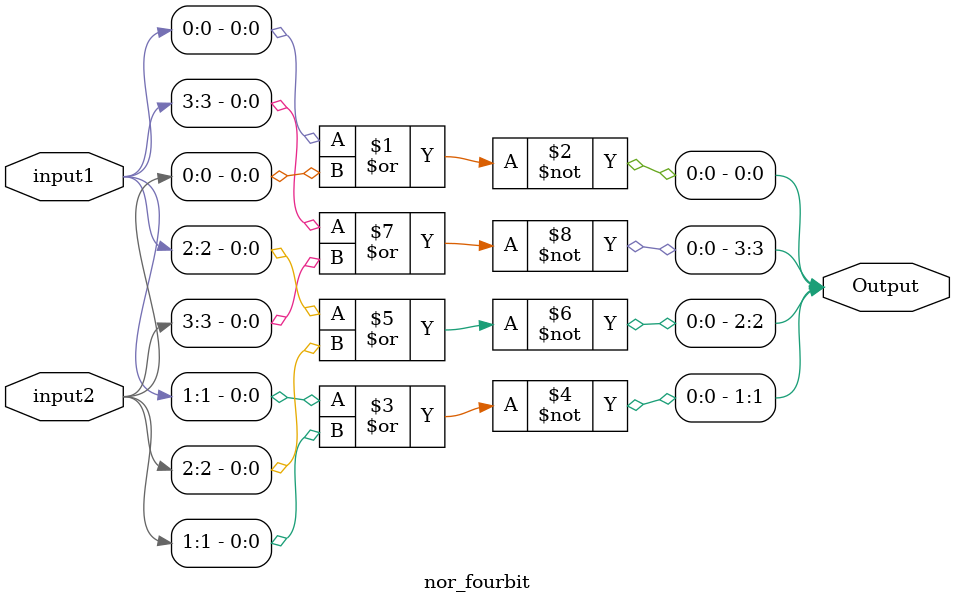
<source format=v>
module nor_fourbit(input1,input2,Output);

input[3:0] input1,input2;

output[3:0] Output;

nor first_Nor_Gate(Output[0],input1[0],input2[0]);
nor second_Nor_Gate(Output[1],input1[1],input2[1]);
nor third_Nor_Gate(Output[2],input1[2],input2[2]);
nor fourth_Nor_Gate(Output[3],input1[3],input2[3]);

endmodule

</source>
